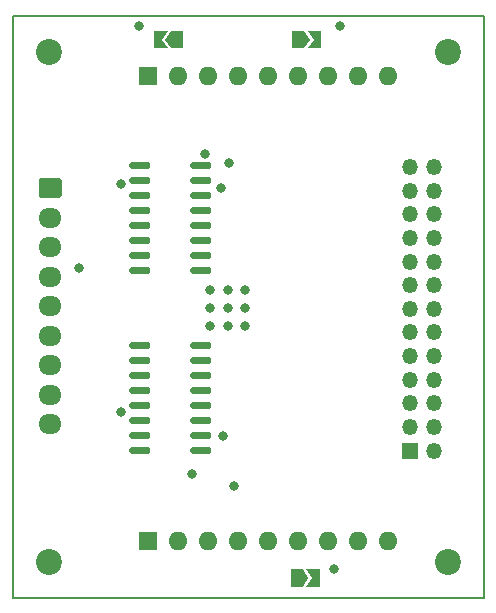
<source format=gbr>
%TF.GenerationSoftware,KiCad,Pcbnew,(5.1.10)-1*%
%TF.CreationDate,2021-09-07T21:02:14-03:00*%
%TF.ProjectId,SSC,5353432e-6b69-4636-9164-5f7063625858,rev?*%
%TF.SameCoordinates,Original*%
%TF.FileFunction,Soldermask,Top*%
%TF.FilePolarity,Negative*%
%FSLAX46Y46*%
G04 Gerber Fmt 4.6, Leading zero omitted, Abs format (unit mm)*
G04 Created by KiCad (PCBNEW (5.1.10)-1) date 2021-09-07 21:02:14*
%MOMM*%
%LPD*%
G01*
G04 APERTURE LIST*
%TA.AperFunction,Profile*%
%ADD10C,0.150000*%
%TD*%
%ADD11C,2.200000*%
%ADD12O,1.950000X1.700000*%
%ADD13O,1.350000X1.350000*%
%ADD14R,1.350000X1.350000*%
%ADD15C,0.100000*%
%ADD16O,1.600000X1.600000*%
%ADD17R,1.600000X1.600000*%
%ADD18C,0.800000*%
G04 APERTURE END LIST*
D10*
X154178000Y-40640000D02*
X114300000Y-40640000D01*
X154178000Y-89916000D02*
X154178000Y-40640000D01*
X114300000Y-89916000D02*
X154178000Y-89916000D01*
X114300000Y-89408000D02*
X114300000Y-89916000D01*
X114300000Y-40640000D02*
X114300000Y-89408000D01*
D11*
%TO.C,REF\u002A\u002A*%
X151130000Y-43688000D03*
%TD*%
%TO.C,REF\u002A\u002A*%
X117348000Y-86868000D03*
%TD*%
%TO.C,REF\u002A\u002A*%
X151130000Y-86868000D03*
%TD*%
%TO.C,REF\u002A\u002A*%
X117348000Y-43688000D03*
%TD*%
D12*
%TO.C,J1*%
X117475000Y-75245000D03*
X117475000Y-72745000D03*
X117475000Y-70245000D03*
X117475000Y-67745000D03*
X117475000Y-65245000D03*
X117475000Y-62745000D03*
X117475000Y-60245000D03*
X117475000Y-57745000D03*
G36*
G01*
X116750000Y-54395000D02*
X118200000Y-54395000D01*
G75*
G02*
X118450000Y-54645000I0J-250000D01*
G01*
X118450000Y-55845000D01*
G75*
G02*
X118200000Y-56095000I-250000J0D01*
G01*
X116750000Y-56095000D01*
G75*
G02*
X116500000Y-55845000I0J250000D01*
G01*
X116500000Y-54645000D01*
G75*
G02*
X116750000Y-54395000I250000J0D01*
G01*
G37*
%TD*%
%TO.C,U2*%
G36*
G01*
X125935000Y-77320000D02*
X125935000Y-77620000D01*
G75*
G02*
X125785000Y-77770000I-150000J0D01*
G01*
X124335000Y-77770000D01*
G75*
G02*
X124185000Y-77620000I0J150000D01*
G01*
X124185000Y-77320000D01*
G75*
G02*
X124335000Y-77170000I150000J0D01*
G01*
X125785000Y-77170000D01*
G75*
G02*
X125935000Y-77320000I0J-150000D01*
G01*
G37*
G36*
G01*
X125935000Y-76050000D02*
X125935000Y-76350000D01*
G75*
G02*
X125785000Y-76500000I-150000J0D01*
G01*
X124335000Y-76500000D01*
G75*
G02*
X124185000Y-76350000I0J150000D01*
G01*
X124185000Y-76050000D01*
G75*
G02*
X124335000Y-75900000I150000J0D01*
G01*
X125785000Y-75900000D01*
G75*
G02*
X125935000Y-76050000I0J-150000D01*
G01*
G37*
G36*
G01*
X125935000Y-74780000D02*
X125935000Y-75080000D01*
G75*
G02*
X125785000Y-75230000I-150000J0D01*
G01*
X124335000Y-75230000D01*
G75*
G02*
X124185000Y-75080000I0J150000D01*
G01*
X124185000Y-74780000D01*
G75*
G02*
X124335000Y-74630000I150000J0D01*
G01*
X125785000Y-74630000D01*
G75*
G02*
X125935000Y-74780000I0J-150000D01*
G01*
G37*
G36*
G01*
X125935000Y-73510000D02*
X125935000Y-73810000D01*
G75*
G02*
X125785000Y-73960000I-150000J0D01*
G01*
X124335000Y-73960000D01*
G75*
G02*
X124185000Y-73810000I0J150000D01*
G01*
X124185000Y-73510000D01*
G75*
G02*
X124335000Y-73360000I150000J0D01*
G01*
X125785000Y-73360000D01*
G75*
G02*
X125935000Y-73510000I0J-150000D01*
G01*
G37*
G36*
G01*
X125935000Y-72240000D02*
X125935000Y-72540000D01*
G75*
G02*
X125785000Y-72690000I-150000J0D01*
G01*
X124335000Y-72690000D01*
G75*
G02*
X124185000Y-72540000I0J150000D01*
G01*
X124185000Y-72240000D01*
G75*
G02*
X124335000Y-72090000I150000J0D01*
G01*
X125785000Y-72090000D01*
G75*
G02*
X125935000Y-72240000I0J-150000D01*
G01*
G37*
G36*
G01*
X125935000Y-70970000D02*
X125935000Y-71270000D01*
G75*
G02*
X125785000Y-71420000I-150000J0D01*
G01*
X124335000Y-71420000D01*
G75*
G02*
X124185000Y-71270000I0J150000D01*
G01*
X124185000Y-70970000D01*
G75*
G02*
X124335000Y-70820000I150000J0D01*
G01*
X125785000Y-70820000D01*
G75*
G02*
X125935000Y-70970000I0J-150000D01*
G01*
G37*
G36*
G01*
X125935000Y-69700000D02*
X125935000Y-70000000D01*
G75*
G02*
X125785000Y-70150000I-150000J0D01*
G01*
X124335000Y-70150000D01*
G75*
G02*
X124185000Y-70000000I0J150000D01*
G01*
X124185000Y-69700000D01*
G75*
G02*
X124335000Y-69550000I150000J0D01*
G01*
X125785000Y-69550000D01*
G75*
G02*
X125935000Y-69700000I0J-150000D01*
G01*
G37*
G36*
G01*
X125935000Y-68430000D02*
X125935000Y-68730000D01*
G75*
G02*
X125785000Y-68880000I-150000J0D01*
G01*
X124335000Y-68880000D01*
G75*
G02*
X124185000Y-68730000I0J150000D01*
G01*
X124185000Y-68430000D01*
G75*
G02*
X124335000Y-68280000I150000J0D01*
G01*
X125785000Y-68280000D01*
G75*
G02*
X125935000Y-68430000I0J-150000D01*
G01*
G37*
G36*
G01*
X131085000Y-68430000D02*
X131085000Y-68730000D01*
G75*
G02*
X130935000Y-68880000I-150000J0D01*
G01*
X129485000Y-68880000D01*
G75*
G02*
X129335000Y-68730000I0J150000D01*
G01*
X129335000Y-68430000D01*
G75*
G02*
X129485000Y-68280000I150000J0D01*
G01*
X130935000Y-68280000D01*
G75*
G02*
X131085000Y-68430000I0J-150000D01*
G01*
G37*
G36*
G01*
X131085000Y-69700000D02*
X131085000Y-70000000D01*
G75*
G02*
X130935000Y-70150000I-150000J0D01*
G01*
X129485000Y-70150000D01*
G75*
G02*
X129335000Y-70000000I0J150000D01*
G01*
X129335000Y-69700000D01*
G75*
G02*
X129485000Y-69550000I150000J0D01*
G01*
X130935000Y-69550000D01*
G75*
G02*
X131085000Y-69700000I0J-150000D01*
G01*
G37*
G36*
G01*
X131085000Y-70970000D02*
X131085000Y-71270000D01*
G75*
G02*
X130935000Y-71420000I-150000J0D01*
G01*
X129485000Y-71420000D01*
G75*
G02*
X129335000Y-71270000I0J150000D01*
G01*
X129335000Y-70970000D01*
G75*
G02*
X129485000Y-70820000I150000J0D01*
G01*
X130935000Y-70820000D01*
G75*
G02*
X131085000Y-70970000I0J-150000D01*
G01*
G37*
G36*
G01*
X131085000Y-72240000D02*
X131085000Y-72540000D01*
G75*
G02*
X130935000Y-72690000I-150000J0D01*
G01*
X129485000Y-72690000D01*
G75*
G02*
X129335000Y-72540000I0J150000D01*
G01*
X129335000Y-72240000D01*
G75*
G02*
X129485000Y-72090000I150000J0D01*
G01*
X130935000Y-72090000D01*
G75*
G02*
X131085000Y-72240000I0J-150000D01*
G01*
G37*
G36*
G01*
X131085000Y-73510000D02*
X131085000Y-73810000D01*
G75*
G02*
X130935000Y-73960000I-150000J0D01*
G01*
X129485000Y-73960000D01*
G75*
G02*
X129335000Y-73810000I0J150000D01*
G01*
X129335000Y-73510000D01*
G75*
G02*
X129485000Y-73360000I150000J0D01*
G01*
X130935000Y-73360000D01*
G75*
G02*
X131085000Y-73510000I0J-150000D01*
G01*
G37*
G36*
G01*
X131085000Y-74780000D02*
X131085000Y-75080000D01*
G75*
G02*
X130935000Y-75230000I-150000J0D01*
G01*
X129485000Y-75230000D01*
G75*
G02*
X129335000Y-75080000I0J150000D01*
G01*
X129335000Y-74780000D01*
G75*
G02*
X129485000Y-74630000I150000J0D01*
G01*
X130935000Y-74630000D01*
G75*
G02*
X131085000Y-74780000I0J-150000D01*
G01*
G37*
G36*
G01*
X131085000Y-76050000D02*
X131085000Y-76350000D01*
G75*
G02*
X130935000Y-76500000I-150000J0D01*
G01*
X129485000Y-76500000D01*
G75*
G02*
X129335000Y-76350000I0J150000D01*
G01*
X129335000Y-76050000D01*
G75*
G02*
X129485000Y-75900000I150000J0D01*
G01*
X130935000Y-75900000D01*
G75*
G02*
X131085000Y-76050000I0J-150000D01*
G01*
G37*
G36*
G01*
X131085000Y-77320000D02*
X131085000Y-77620000D01*
G75*
G02*
X130935000Y-77770000I-150000J0D01*
G01*
X129485000Y-77770000D01*
G75*
G02*
X129335000Y-77620000I0J150000D01*
G01*
X129335000Y-77320000D01*
G75*
G02*
X129485000Y-77170000I150000J0D01*
G01*
X130935000Y-77170000D01*
G75*
G02*
X131085000Y-77320000I0J-150000D01*
G01*
G37*
%TD*%
%TO.C,U1*%
G36*
G01*
X129335000Y-53490000D02*
X129335000Y-53190000D01*
G75*
G02*
X129485000Y-53040000I150000J0D01*
G01*
X130935000Y-53040000D01*
G75*
G02*
X131085000Y-53190000I0J-150000D01*
G01*
X131085000Y-53490000D01*
G75*
G02*
X130935000Y-53640000I-150000J0D01*
G01*
X129485000Y-53640000D01*
G75*
G02*
X129335000Y-53490000I0J150000D01*
G01*
G37*
G36*
G01*
X129335000Y-54760000D02*
X129335000Y-54460000D01*
G75*
G02*
X129485000Y-54310000I150000J0D01*
G01*
X130935000Y-54310000D01*
G75*
G02*
X131085000Y-54460000I0J-150000D01*
G01*
X131085000Y-54760000D01*
G75*
G02*
X130935000Y-54910000I-150000J0D01*
G01*
X129485000Y-54910000D01*
G75*
G02*
X129335000Y-54760000I0J150000D01*
G01*
G37*
G36*
G01*
X129335000Y-56030000D02*
X129335000Y-55730000D01*
G75*
G02*
X129485000Y-55580000I150000J0D01*
G01*
X130935000Y-55580000D01*
G75*
G02*
X131085000Y-55730000I0J-150000D01*
G01*
X131085000Y-56030000D01*
G75*
G02*
X130935000Y-56180000I-150000J0D01*
G01*
X129485000Y-56180000D01*
G75*
G02*
X129335000Y-56030000I0J150000D01*
G01*
G37*
G36*
G01*
X129335000Y-57300000D02*
X129335000Y-57000000D01*
G75*
G02*
X129485000Y-56850000I150000J0D01*
G01*
X130935000Y-56850000D01*
G75*
G02*
X131085000Y-57000000I0J-150000D01*
G01*
X131085000Y-57300000D01*
G75*
G02*
X130935000Y-57450000I-150000J0D01*
G01*
X129485000Y-57450000D01*
G75*
G02*
X129335000Y-57300000I0J150000D01*
G01*
G37*
G36*
G01*
X129335000Y-58570000D02*
X129335000Y-58270000D01*
G75*
G02*
X129485000Y-58120000I150000J0D01*
G01*
X130935000Y-58120000D01*
G75*
G02*
X131085000Y-58270000I0J-150000D01*
G01*
X131085000Y-58570000D01*
G75*
G02*
X130935000Y-58720000I-150000J0D01*
G01*
X129485000Y-58720000D01*
G75*
G02*
X129335000Y-58570000I0J150000D01*
G01*
G37*
G36*
G01*
X129335000Y-59840000D02*
X129335000Y-59540000D01*
G75*
G02*
X129485000Y-59390000I150000J0D01*
G01*
X130935000Y-59390000D01*
G75*
G02*
X131085000Y-59540000I0J-150000D01*
G01*
X131085000Y-59840000D01*
G75*
G02*
X130935000Y-59990000I-150000J0D01*
G01*
X129485000Y-59990000D01*
G75*
G02*
X129335000Y-59840000I0J150000D01*
G01*
G37*
G36*
G01*
X129335000Y-61110000D02*
X129335000Y-60810000D01*
G75*
G02*
X129485000Y-60660000I150000J0D01*
G01*
X130935000Y-60660000D01*
G75*
G02*
X131085000Y-60810000I0J-150000D01*
G01*
X131085000Y-61110000D01*
G75*
G02*
X130935000Y-61260000I-150000J0D01*
G01*
X129485000Y-61260000D01*
G75*
G02*
X129335000Y-61110000I0J150000D01*
G01*
G37*
G36*
G01*
X129335000Y-62380000D02*
X129335000Y-62080000D01*
G75*
G02*
X129485000Y-61930000I150000J0D01*
G01*
X130935000Y-61930000D01*
G75*
G02*
X131085000Y-62080000I0J-150000D01*
G01*
X131085000Y-62380000D01*
G75*
G02*
X130935000Y-62530000I-150000J0D01*
G01*
X129485000Y-62530000D01*
G75*
G02*
X129335000Y-62380000I0J150000D01*
G01*
G37*
G36*
G01*
X124185000Y-62380000D02*
X124185000Y-62080000D01*
G75*
G02*
X124335000Y-61930000I150000J0D01*
G01*
X125785000Y-61930000D01*
G75*
G02*
X125935000Y-62080000I0J-150000D01*
G01*
X125935000Y-62380000D01*
G75*
G02*
X125785000Y-62530000I-150000J0D01*
G01*
X124335000Y-62530000D01*
G75*
G02*
X124185000Y-62380000I0J150000D01*
G01*
G37*
G36*
G01*
X124185000Y-61110000D02*
X124185000Y-60810000D01*
G75*
G02*
X124335000Y-60660000I150000J0D01*
G01*
X125785000Y-60660000D01*
G75*
G02*
X125935000Y-60810000I0J-150000D01*
G01*
X125935000Y-61110000D01*
G75*
G02*
X125785000Y-61260000I-150000J0D01*
G01*
X124335000Y-61260000D01*
G75*
G02*
X124185000Y-61110000I0J150000D01*
G01*
G37*
G36*
G01*
X124185000Y-59840000D02*
X124185000Y-59540000D01*
G75*
G02*
X124335000Y-59390000I150000J0D01*
G01*
X125785000Y-59390000D01*
G75*
G02*
X125935000Y-59540000I0J-150000D01*
G01*
X125935000Y-59840000D01*
G75*
G02*
X125785000Y-59990000I-150000J0D01*
G01*
X124335000Y-59990000D01*
G75*
G02*
X124185000Y-59840000I0J150000D01*
G01*
G37*
G36*
G01*
X124185000Y-58570000D02*
X124185000Y-58270000D01*
G75*
G02*
X124335000Y-58120000I150000J0D01*
G01*
X125785000Y-58120000D01*
G75*
G02*
X125935000Y-58270000I0J-150000D01*
G01*
X125935000Y-58570000D01*
G75*
G02*
X125785000Y-58720000I-150000J0D01*
G01*
X124335000Y-58720000D01*
G75*
G02*
X124185000Y-58570000I0J150000D01*
G01*
G37*
G36*
G01*
X124185000Y-57300000D02*
X124185000Y-57000000D01*
G75*
G02*
X124335000Y-56850000I150000J0D01*
G01*
X125785000Y-56850000D01*
G75*
G02*
X125935000Y-57000000I0J-150000D01*
G01*
X125935000Y-57300000D01*
G75*
G02*
X125785000Y-57450000I-150000J0D01*
G01*
X124335000Y-57450000D01*
G75*
G02*
X124185000Y-57300000I0J150000D01*
G01*
G37*
G36*
G01*
X124185000Y-56030000D02*
X124185000Y-55730000D01*
G75*
G02*
X124335000Y-55580000I150000J0D01*
G01*
X125785000Y-55580000D01*
G75*
G02*
X125935000Y-55730000I0J-150000D01*
G01*
X125935000Y-56030000D01*
G75*
G02*
X125785000Y-56180000I-150000J0D01*
G01*
X124335000Y-56180000D01*
G75*
G02*
X124185000Y-56030000I0J150000D01*
G01*
G37*
G36*
G01*
X124185000Y-54760000D02*
X124185000Y-54460000D01*
G75*
G02*
X124335000Y-54310000I150000J0D01*
G01*
X125785000Y-54310000D01*
G75*
G02*
X125935000Y-54460000I0J-150000D01*
G01*
X125935000Y-54760000D01*
G75*
G02*
X125785000Y-54910000I-150000J0D01*
G01*
X124335000Y-54910000D01*
G75*
G02*
X124185000Y-54760000I0J150000D01*
G01*
G37*
G36*
G01*
X124185000Y-53490000D02*
X124185000Y-53190000D01*
G75*
G02*
X124335000Y-53040000I150000J0D01*
G01*
X125785000Y-53040000D01*
G75*
G02*
X125935000Y-53190000I0J-150000D01*
G01*
X125935000Y-53490000D01*
G75*
G02*
X125785000Y-53640000I-150000J0D01*
G01*
X124335000Y-53640000D01*
G75*
G02*
X124185000Y-53490000I0J150000D01*
G01*
G37*
%TD*%
D13*
%TO.C,J2*%
X149955000Y-53470000D03*
X147955000Y-53470000D03*
X149955000Y-55470000D03*
X147955000Y-55470000D03*
X149955000Y-57470000D03*
X147955000Y-57470000D03*
X149955000Y-59470000D03*
X147955000Y-59470000D03*
X149955000Y-61470000D03*
X147955000Y-61470000D03*
X149955000Y-63470000D03*
X147955000Y-63470000D03*
X149955000Y-65470000D03*
X147955000Y-65470000D03*
X149955000Y-67470000D03*
X147955000Y-67470000D03*
X149955000Y-69470000D03*
X147955000Y-69470000D03*
X149955000Y-71470000D03*
X147955000Y-71470000D03*
X149955000Y-73470000D03*
X147955000Y-73470000D03*
X149955000Y-75470000D03*
X147955000Y-75470000D03*
X149955000Y-77470000D03*
D14*
X147955000Y-77470000D03*
%TD*%
D15*
%TO.C,SP3*%
G36*
X139467000Y-42672000D02*
G01*
X138967000Y-43422000D01*
X137967000Y-43422000D01*
X137967000Y-41922000D01*
X138967000Y-41922000D01*
X139467000Y-42672000D01*
G37*
G36*
X140417000Y-43422000D02*
G01*
X139267000Y-43422000D01*
X139767000Y-42672000D01*
X139267000Y-41922000D01*
X140417000Y-41922000D01*
X140417000Y-43422000D01*
G37*
%TD*%
%TO.C,SP2*%
G36*
X139340000Y-88265000D02*
G01*
X138840000Y-89015000D01*
X137840000Y-89015000D01*
X137840000Y-87515000D01*
X138840000Y-87515000D01*
X139340000Y-88265000D01*
G37*
G36*
X140290000Y-89015000D02*
G01*
X139140000Y-89015000D01*
X139640000Y-88265000D01*
X139140000Y-87515000D01*
X140290000Y-87515000D01*
X140290000Y-89015000D01*
G37*
%TD*%
%TO.C,SP1*%
G36*
X127233000Y-42672000D02*
G01*
X127733000Y-41922000D01*
X128733000Y-41922000D01*
X128733000Y-43422000D01*
X127733000Y-43422000D01*
X127233000Y-42672000D01*
G37*
G36*
X126283000Y-41922000D02*
G01*
X127433000Y-41922000D01*
X126933000Y-42672000D01*
X127433000Y-43422000D01*
X126283000Y-43422000D01*
X126283000Y-41922000D01*
G37*
%TD*%
D16*
%TO.C,RN2*%
X146050000Y-85090000D03*
X143510000Y-85090000D03*
X140970000Y-85090000D03*
X138430000Y-85090000D03*
X135890000Y-85090000D03*
X133350000Y-85090000D03*
X130810000Y-85090000D03*
X128270000Y-85090000D03*
D17*
X125730000Y-85090000D03*
%TD*%
D16*
%TO.C,RN1*%
X146050000Y-45720000D03*
X143510000Y-45720000D03*
X140970000Y-45720000D03*
X138430000Y-45720000D03*
X135890000Y-45720000D03*
X133350000Y-45720000D03*
X130810000Y-45720000D03*
X128270000Y-45720000D03*
D17*
X125730000Y-45720000D03*
%TD*%
D18*
X132588000Y-53107000D03*
X125000000Y-41500000D03*
X142000000Y-41500000D03*
X129500000Y-79500000D03*
X133000000Y-80500000D03*
X141500000Y-87500000D03*
X130990000Y-66910000D03*
X130990000Y-65410000D03*
X132490000Y-65410000D03*
X132490000Y-66910000D03*
X130990000Y-63910000D03*
X132490000Y-63910000D03*
X133990000Y-63910000D03*
X133990000Y-65410000D03*
X133990000Y-66910000D03*
X130556000Y-52324000D03*
X123444000Y-54864000D03*
X119888000Y-61976000D03*
X132080000Y-76200000D03*
X123444000Y-74168000D03*
X131958847Y-55250847D03*
M02*

</source>
